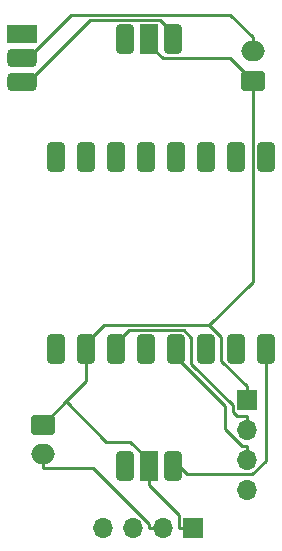
<source format=gbr>
%TF.GenerationSoftware,KiCad,Pcbnew,7.0.7*%
%TF.CreationDate,2024-04-17T16:10:54-05:00*%
%TF.ProjectId,OM-EPSC3-Micro,4f4d2d45-5053-4433-932d-4d6963726f2e,rev?*%
%TF.SameCoordinates,Original*%
%TF.FileFunction,Copper,L2,Bot*%
%TF.FilePolarity,Positive*%
%FSLAX46Y46*%
G04 Gerber Fmt 4.6, Leading zero omitted, Abs format (unit mm)*
G04 Created by KiCad (PCBNEW 7.0.7) date 2024-04-17 16:10:54*
%MOMM*%
%LPD*%
G01*
G04 APERTURE LIST*
G04 Aperture macros list*
%AMRoundRect*
0 Rectangle with rounded corners*
0 $1 Rounding radius*
0 $2 $3 $4 $5 $6 $7 $8 $9 X,Y pos of 4 corners*
0 Add a 4 corners polygon primitive as box body*
4,1,4,$2,$3,$4,$5,$6,$7,$8,$9,$2,$3,0*
0 Add four circle primitives for the rounded corners*
1,1,$1+$1,$2,$3*
1,1,$1+$1,$4,$5*
1,1,$1+$1,$6,$7*
1,1,$1+$1,$8,$9*
0 Add four rect primitives between the rounded corners*
20,1,$1+$1,$2,$3,$4,$5,0*
20,1,$1+$1,$4,$5,$6,$7,0*
20,1,$1+$1,$6,$7,$8,$9,0*
20,1,$1+$1,$8,$9,$2,$3,0*%
G04 Aperture macros list end*
%TA.AperFunction,ComponentPad*%
%ADD10RoundRect,0.381000X-0.381000X0.881000X-0.381000X-0.881000X0.381000X-0.881000X0.381000X0.881000X0*%
%TD*%
%TA.AperFunction,ComponentPad*%
%ADD11R,1.524000X2.524000*%
%TD*%
%TA.AperFunction,ComponentPad*%
%ADD12R,1.700000X1.700000*%
%TD*%
%TA.AperFunction,ComponentPad*%
%ADD13O,1.700000X1.700000*%
%TD*%
%TA.AperFunction,ComponentPad*%
%ADD14RoundRect,0.381000X0.381000X-0.881000X0.381000X0.881000X-0.381000X0.881000X-0.381000X-0.881000X0*%
%TD*%
%TA.AperFunction,ComponentPad*%
%ADD15R,2.524000X1.524000*%
%TD*%
%TA.AperFunction,ComponentPad*%
%ADD16RoundRect,0.381000X-0.881000X-0.381000X0.881000X-0.381000X0.881000X0.381000X-0.881000X0.381000X0*%
%TD*%
%TA.AperFunction,ComponentPad*%
%ADD17RoundRect,0.250000X-0.750000X0.600000X-0.750000X-0.600000X0.750000X-0.600000X0.750000X0.600000X0*%
%TD*%
%TA.AperFunction,ComponentPad*%
%ADD18O,2.000000X1.700000*%
%TD*%
%TA.AperFunction,ComponentPad*%
%ADD19RoundRect,0.250000X0.750000X-0.600000X0.750000X0.600000X-0.750000X0.600000X-0.750000X-0.600000X0*%
%TD*%
%TA.AperFunction,Conductor*%
%ADD20C,0.250000*%
%TD*%
G04 APERTURE END LIST*
D10*
%TO.P,H1,1,VCC*%
%TO.N,+3V3*%
X224790000Y-99449000D03*
D11*
%TO.P,H1,2,GND*%
%TO.N,GND*%
X222758000Y-99449000D03*
D10*
%TO.P,H1,3,VOUT*%
%TO.N,hall_1*%
X220726000Y-99449000D03*
%TD*%
D12*
%TO.P,J3,1,Pin_1*%
%TO.N,GND*%
X231013000Y-130048000D03*
D13*
%TO.P,J3,2,Pin_2*%
%TO.N,+3V3*%
X231013000Y-132588000D03*
%TO.P,J3,3,Pin_3*%
%TO.N,ADC3*%
X231013000Y-135128000D03*
%TO.P,J3,4,Pin_4*%
%TO.N,ADC2*%
X231013000Y-137668000D03*
%TD*%
D14*
%TO.P,H0,1,VCC*%
%TO.N,+3V3*%
X220726000Y-135628000D03*
D11*
%TO.P,H0,2,GND*%
%TO.N,GND*%
X222758000Y-135628000D03*
D14*
%TO.P,H0,3,VOUT*%
%TO.N,hall_0*%
X224790000Y-135628000D03*
%TD*%
D12*
%TO.P,J4,1,Pin_1*%
%TO.N,GND*%
X226441000Y-140843000D03*
D13*
%TO.P,J4,2,Pin_2*%
%TO.N,+4V*%
X223901000Y-140843000D03*
%TO.P,J4,3,Pin_3*%
%TO.N,SCL*%
X221361000Y-140843000D03*
%TO.P,J4,4,Pin_4*%
%TO.N,SDA*%
X218821000Y-140843000D03*
%TD*%
D14*
%TO.P,U1,0,GPIO0*%
%TO.N,hall_0*%
X232664000Y-125722000D03*
%TO.P,U1,1,GPIO1*%
%TO.N,hall_1*%
X230124000Y-125722000D03*
%TO.P,U1,2,GPIO2*%
%TO.N,ADC2*%
X227584000Y-125722000D03*
%TO.P,U1,3,GPIO3*%
%TO.N,ADC3*%
X225044000Y-125722000D03*
%TO.P,U1,4,GPIO4*%
%TO.N,unconnected-(U1-GPIO4-Pad4)*%
X222504000Y-125722000D03*
%TO.P,U1,5,GPIO5*%
%TO.N,unconnected-(U1-GPIO5-Pad5)*%
X214884000Y-109482000D03*
%TO.P,U1,6,GPIO6*%
%TO.N,unconnected-(U1-GPIO6-Pad6)*%
X217424000Y-109482000D03*
%TO.P,U1,7,GPIO7*%
%TO.N,unconnected-(U1-GPIO7-Pad7)*%
X219964000Y-109482000D03*
%TO.P,U1,8,GPIO8*%
%TO.N,SDA*%
X222504000Y-109482000D03*
%TO.P,U1,9,GPIO9*%
%TO.N,SCL*%
X225044000Y-109482000D03*
%TO.P,U1,10,GPIO10*%
%TO.N,unconnected-(U1-GPIO10-Pad10)*%
X227584000Y-109482000D03*
%TO.P,U1,20,GPIO20*%
%TO.N,unconnected-(U1-GPIO20-Pad20)*%
X230124000Y-109482000D03*
%TO.P,U1,21,GPIO21*%
%TO.N,unconnected-(U1-GPIO21-Pad21)*%
X232664000Y-109482000D03*
%TO.P,U1,100,5V*%
%TO.N,unconnected-(U1-5V-Pad100)*%
X214884000Y-125722000D03*
%TO.P,U1,101,GND*%
%TO.N,GND*%
X217424000Y-125722000D03*
%TO.P,U1,102,3V3*%
%TO.N,+3V3*%
X219964000Y-125722000D03*
%TD*%
D15*
%TO.P,L0,1,GND*%
%TO.N,GND*%
X211971000Y-99060000D03*
D16*
%TO.P,L0,2,VI*%
%TO.N,+4V*%
X211971000Y-101092000D03*
%TO.P,L0,3,VO*%
%TO.N,+3V3*%
X211971000Y-103124000D03*
%TD*%
D17*
%TO.P,J1,1,Pin_1*%
%TO.N,GND*%
X213741000Y-132120000D03*
D18*
%TO.P,J1,2,Pin_2*%
%TO.N,+4V*%
X213741000Y-134620000D03*
%TD*%
D19*
%TO.P,J2,1,Pin_1*%
%TO.N,GND*%
X231521000Y-102997000D03*
D18*
%TO.P,J2,2,Pin_2*%
%TO.N,+4V*%
X231521000Y-100497000D03*
%TD*%
D20*
%TO.N,ADC3*%
X231013000Y-135128000D02*
X231013000Y-133951100D01*
X230647200Y-133951100D02*
X231013000Y-133951100D01*
X229196500Y-132500400D02*
X230647200Y-133951100D01*
X229196500Y-130543300D02*
X229196500Y-132500400D01*
X225044000Y-126390800D02*
X229196500Y-130543300D01*
X225044000Y-125222000D02*
X225044000Y-126390800D01*
%TO.N,hall_0*%
X225981900Y-136319900D02*
X224790000Y-135128000D01*
X231491900Y-136319900D02*
X225981900Y-136319900D01*
X232664000Y-135147800D02*
X231491900Y-136319900D01*
X232664000Y-125222000D02*
X232664000Y-135147800D01*
%TO.N,+3V3*%
X224790000Y-98950900D02*
X224790000Y-99949000D01*
X223697400Y-97858300D02*
X224790000Y-98950900D01*
X217736700Y-97858300D02*
X223697400Y-97858300D01*
X212471000Y-103124000D02*
X217736700Y-97858300D01*
X221061800Y-124124200D02*
X219964000Y-125222000D01*
X225706800Y-124124200D02*
X221061800Y-124124200D01*
X226314000Y-124731400D02*
X225706800Y-124124200D01*
X226314000Y-126943400D02*
X226314000Y-124731400D01*
X229836100Y-130465500D02*
X226314000Y-126943400D01*
X229836100Y-131056600D02*
X229836100Y-130465500D01*
X230190600Y-131411100D02*
X229836100Y-131056600D01*
X231013000Y-131411100D02*
X230190600Y-131411100D01*
X231013000Y-132588000D02*
X231013000Y-131411100D01*
%TO.N,GND*%
X223901000Y-101092000D02*
X222758000Y-99949000D01*
X229616000Y-101092000D02*
X223901000Y-101092000D01*
X231521000Y-102997000D02*
X229616000Y-101092000D01*
X225264100Y-139723000D02*
X225264100Y-140843000D01*
X222758000Y-137216900D02*
X225264100Y-139723000D01*
X222758000Y-135128000D02*
X222758000Y-137216900D01*
X226441000Y-140843000D02*
X225264100Y-140843000D01*
X231013000Y-130048000D02*
X231013000Y-128871100D01*
X221183400Y-133553400D02*
X222758000Y-135128000D01*
X219128300Y-133553400D02*
X221183400Y-133553400D01*
X215718000Y-130143000D02*
X219128300Y-133553400D01*
X213741000Y-132120000D02*
X215718000Y-130143000D01*
X217424000Y-128437000D02*
X217424000Y-125222000D01*
X215718000Y-130143000D02*
X217424000Y-128437000D01*
X231521000Y-119988200D02*
X231521000Y-102997000D01*
X227844300Y-123664900D02*
X231521000Y-119988200D01*
X218981100Y-123664900D02*
X227844300Y-123664900D01*
X217424000Y-125222000D02*
X218981100Y-123664900D01*
X228854000Y-126712100D02*
X231013000Y-128871100D01*
X228854000Y-124674600D02*
X228854000Y-126712100D01*
X227844300Y-123664900D02*
X228854000Y-124674600D01*
%TO.N,+4V*%
X222724100Y-140477200D02*
X222724100Y-140843000D01*
X218043800Y-135796900D02*
X222724100Y-140477200D01*
X213741000Y-135796900D02*
X218043800Y-135796900D01*
X213741000Y-134620000D02*
X213741000Y-135796900D01*
X223901000Y-140843000D02*
X222724100Y-140843000D01*
X229595500Y-97394600D02*
X231521000Y-99320100D01*
X216168400Y-97394600D02*
X229595500Y-97394600D01*
X212471000Y-101092000D02*
X216168400Y-97394600D01*
X231521000Y-100497000D02*
X231521000Y-99320100D01*
%TD*%
M02*

</source>
